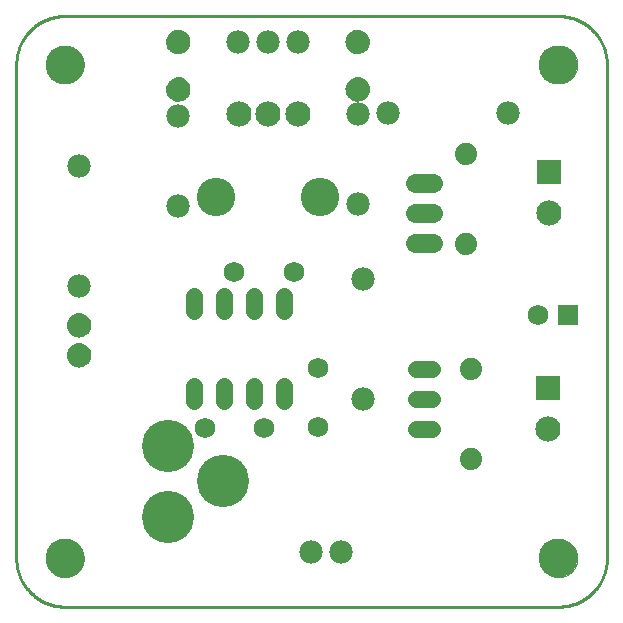
<source format=gbs>
G75*
%MOIN*%
%OFA0B0*%
%FSLAX25Y25*%
%IPPOS*%
%LPD*%
%AMOC8*
5,1,8,0,0,1.08239X$1,22.5*
%
%ADD10C,0.01000*%
%ADD11C,0.06900*%
%ADD12C,0.07800*%
%ADD13C,0.05600*%
%ADD14C,0.00500*%
%ADD15C,0.06400*%
%ADD16C,0.12800*%
%ADD17C,0.08400*%
%ADD18R,0.06900X0.06900*%
%ADD19C,0.07400*%
%ADD20C,0.00000*%
%ADD21C,0.12998*%
%ADD22R,0.08400X0.08400*%
%ADD23C,0.17400*%
D10*
X0016067Y0027183D02*
X0016067Y0191750D01*
X0016072Y0192140D01*
X0016086Y0192530D01*
X0016109Y0192919D01*
X0016142Y0193308D01*
X0016185Y0193696D01*
X0016236Y0194082D01*
X0016297Y0194468D01*
X0016368Y0194851D01*
X0016447Y0195233D01*
X0016536Y0195613D01*
X0016634Y0195991D01*
X0016741Y0196366D01*
X0016857Y0196738D01*
X0016982Y0197108D01*
X0017116Y0197474D01*
X0017259Y0197837D01*
X0017410Y0198197D01*
X0017570Y0198552D01*
X0017739Y0198904D01*
X0017916Y0199252D01*
X0018101Y0199595D01*
X0018295Y0199933D01*
X0018497Y0200267D01*
X0018707Y0200596D01*
X0018924Y0200920D01*
X0019150Y0201238D01*
X0019383Y0201551D01*
X0019623Y0201858D01*
X0019871Y0202159D01*
X0020127Y0202454D01*
X0020389Y0202743D01*
X0020658Y0203025D01*
X0020934Y0203301D01*
X0021216Y0203570D01*
X0021505Y0203832D01*
X0021800Y0204088D01*
X0022101Y0204336D01*
X0022408Y0204576D01*
X0022721Y0204809D01*
X0023039Y0205035D01*
X0023363Y0205252D01*
X0023692Y0205462D01*
X0024026Y0205664D01*
X0024364Y0205858D01*
X0024707Y0206043D01*
X0025055Y0206220D01*
X0025407Y0206389D01*
X0025762Y0206549D01*
X0026122Y0206700D01*
X0026485Y0206843D01*
X0026851Y0206977D01*
X0027221Y0207102D01*
X0027593Y0207218D01*
X0027968Y0207325D01*
X0028346Y0207423D01*
X0028726Y0207512D01*
X0029108Y0207591D01*
X0029491Y0207662D01*
X0029877Y0207723D01*
X0030263Y0207774D01*
X0030651Y0207817D01*
X0031040Y0207850D01*
X0031429Y0207873D01*
X0031819Y0207887D01*
X0032209Y0207892D01*
X0196776Y0207892D01*
X0197166Y0207887D01*
X0197556Y0207873D01*
X0197945Y0207850D01*
X0198334Y0207817D01*
X0198722Y0207774D01*
X0199108Y0207723D01*
X0199494Y0207662D01*
X0199877Y0207591D01*
X0200259Y0207512D01*
X0200639Y0207423D01*
X0201017Y0207325D01*
X0201392Y0207218D01*
X0201764Y0207102D01*
X0202134Y0206977D01*
X0202500Y0206843D01*
X0202863Y0206700D01*
X0203223Y0206549D01*
X0203578Y0206389D01*
X0203930Y0206220D01*
X0204278Y0206043D01*
X0204621Y0205858D01*
X0204959Y0205664D01*
X0205293Y0205462D01*
X0205622Y0205252D01*
X0205946Y0205035D01*
X0206264Y0204809D01*
X0206577Y0204576D01*
X0206884Y0204336D01*
X0207185Y0204088D01*
X0207480Y0203832D01*
X0207769Y0203570D01*
X0208051Y0203301D01*
X0208327Y0203025D01*
X0208596Y0202743D01*
X0208858Y0202454D01*
X0209114Y0202159D01*
X0209362Y0201858D01*
X0209602Y0201551D01*
X0209835Y0201238D01*
X0210061Y0200920D01*
X0210278Y0200596D01*
X0210488Y0200267D01*
X0210690Y0199933D01*
X0210884Y0199595D01*
X0211069Y0199252D01*
X0211246Y0198904D01*
X0211415Y0198552D01*
X0211575Y0198197D01*
X0211726Y0197837D01*
X0211869Y0197474D01*
X0212003Y0197108D01*
X0212128Y0196738D01*
X0212244Y0196366D01*
X0212351Y0195991D01*
X0212449Y0195613D01*
X0212538Y0195233D01*
X0212617Y0194851D01*
X0212688Y0194468D01*
X0212749Y0194082D01*
X0212800Y0193696D01*
X0212843Y0193308D01*
X0212876Y0192919D01*
X0212899Y0192530D01*
X0212913Y0192140D01*
X0212918Y0191750D01*
X0212917Y0191750D02*
X0212917Y0027183D01*
X0212918Y0027183D02*
X0212913Y0026793D01*
X0212899Y0026403D01*
X0212876Y0026014D01*
X0212843Y0025625D01*
X0212800Y0025237D01*
X0212749Y0024851D01*
X0212688Y0024465D01*
X0212617Y0024082D01*
X0212538Y0023700D01*
X0212449Y0023320D01*
X0212351Y0022942D01*
X0212244Y0022567D01*
X0212128Y0022195D01*
X0212003Y0021825D01*
X0211869Y0021459D01*
X0211726Y0021096D01*
X0211575Y0020736D01*
X0211415Y0020381D01*
X0211246Y0020029D01*
X0211069Y0019681D01*
X0210884Y0019338D01*
X0210690Y0019000D01*
X0210488Y0018666D01*
X0210278Y0018337D01*
X0210061Y0018013D01*
X0209835Y0017695D01*
X0209602Y0017382D01*
X0209362Y0017075D01*
X0209114Y0016774D01*
X0208858Y0016479D01*
X0208596Y0016190D01*
X0208327Y0015908D01*
X0208051Y0015632D01*
X0207769Y0015363D01*
X0207480Y0015101D01*
X0207185Y0014845D01*
X0206884Y0014597D01*
X0206577Y0014357D01*
X0206264Y0014124D01*
X0205946Y0013898D01*
X0205622Y0013681D01*
X0205293Y0013471D01*
X0204959Y0013269D01*
X0204621Y0013075D01*
X0204278Y0012890D01*
X0203930Y0012713D01*
X0203578Y0012544D01*
X0203223Y0012384D01*
X0202863Y0012233D01*
X0202500Y0012090D01*
X0202134Y0011956D01*
X0201764Y0011831D01*
X0201392Y0011715D01*
X0201017Y0011608D01*
X0200639Y0011510D01*
X0200259Y0011421D01*
X0199877Y0011342D01*
X0199494Y0011271D01*
X0199108Y0011210D01*
X0198722Y0011159D01*
X0198334Y0011116D01*
X0197945Y0011083D01*
X0197556Y0011060D01*
X0197166Y0011046D01*
X0196776Y0011041D01*
X0032209Y0011041D01*
X0031819Y0011046D01*
X0031429Y0011060D01*
X0031040Y0011083D01*
X0030651Y0011116D01*
X0030263Y0011159D01*
X0029877Y0011210D01*
X0029491Y0011271D01*
X0029108Y0011342D01*
X0028726Y0011421D01*
X0028346Y0011510D01*
X0027968Y0011608D01*
X0027593Y0011715D01*
X0027221Y0011831D01*
X0026851Y0011956D01*
X0026485Y0012090D01*
X0026122Y0012233D01*
X0025762Y0012384D01*
X0025407Y0012544D01*
X0025055Y0012713D01*
X0024707Y0012890D01*
X0024364Y0013075D01*
X0024026Y0013269D01*
X0023692Y0013471D01*
X0023363Y0013681D01*
X0023039Y0013898D01*
X0022721Y0014124D01*
X0022408Y0014357D01*
X0022101Y0014597D01*
X0021800Y0014845D01*
X0021505Y0015101D01*
X0021216Y0015363D01*
X0020934Y0015632D01*
X0020658Y0015908D01*
X0020389Y0016190D01*
X0020127Y0016479D01*
X0019871Y0016774D01*
X0019623Y0017075D01*
X0019383Y0017382D01*
X0019150Y0017695D01*
X0018924Y0018013D01*
X0018707Y0018337D01*
X0018497Y0018666D01*
X0018295Y0019000D01*
X0018101Y0019338D01*
X0017916Y0019681D01*
X0017739Y0020029D01*
X0017570Y0020381D01*
X0017410Y0020736D01*
X0017259Y0021096D01*
X0017116Y0021459D01*
X0016982Y0021825D01*
X0016857Y0022195D01*
X0016741Y0022567D01*
X0016634Y0022942D01*
X0016536Y0023320D01*
X0016447Y0023700D01*
X0016368Y0024082D01*
X0016297Y0024465D01*
X0016236Y0024851D01*
X0016185Y0025237D01*
X0016142Y0025625D01*
X0016109Y0026014D01*
X0016086Y0026403D01*
X0016072Y0026793D01*
X0016067Y0027183D01*
D11*
X0078862Y0070687D03*
X0098547Y0070687D03*
X0116461Y0070884D03*
X0116461Y0090569D03*
X0108469Y0122656D03*
X0088783Y0122656D03*
X0189807Y0108286D03*
D12*
X0131539Y0120215D03*
X0130043Y0145097D03*
X0130043Y0175097D03*
X0139965Y0175490D03*
X0110083Y0199230D03*
X0100083Y0199230D03*
X0090083Y0199230D03*
X0069807Y0174467D03*
X0069807Y0144467D03*
X0037051Y0158010D03*
X0037051Y0118010D03*
X0131539Y0080215D03*
X0124335Y0029152D03*
X0114335Y0029152D03*
X0179965Y0175490D03*
D13*
X0105201Y0114665D02*
X0105201Y0109465D01*
X0095201Y0109465D02*
X0095201Y0114665D01*
X0085201Y0114665D02*
X0085201Y0109465D01*
X0075201Y0109465D02*
X0075201Y0114665D01*
X0075201Y0084665D02*
X0075201Y0079465D01*
X0085201Y0079465D02*
X0085201Y0084665D01*
X0095201Y0084665D02*
X0095201Y0079465D01*
X0105201Y0079465D02*
X0105201Y0084665D01*
X0149333Y0080175D02*
X0154533Y0080175D01*
X0154533Y0070175D02*
X0149333Y0070175D01*
X0149333Y0090175D02*
X0154533Y0090175D01*
D14*
X0130659Y0179788D02*
X0129936Y0179707D01*
X0129277Y0179757D01*
X0128636Y0179920D01*
X0128033Y0180192D01*
X0127486Y0180565D01*
X0127013Y0181028D01*
X0126627Y0181565D01*
X0126340Y0182161D01*
X0126162Y0182798D01*
X0126096Y0183456D01*
X0126163Y0184115D01*
X0126344Y0184751D01*
X0126632Y0185347D01*
X0127019Y0185883D01*
X0127494Y0186344D01*
X0128041Y0186716D01*
X0128645Y0186987D01*
X0129287Y0187148D01*
X0129946Y0187197D01*
X0130666Y0187118D01*
X0131356Y0186901D01*
X0131990Y0186553D01*
X0132544Y0186088D01*
X0132997Y0185523D01*
X0133331Y0184882D01*
X0133534Y0184187D01*
X0133596Y0183466D01*
X0133535Y0182742D01*
X0133333Y0182043D01*
X0132999Y0181397D01*
X0132545Y0180828D01*
X0131989Y0180360D01*
X0131352Y0180008D01*
X0130659Y0179788D01*
X0131404Y0180037D02*
X0128377Y0180037D01*
X0127530Y0180535D02*
X0132197Y0180535D01*
X0132709Y0181034D02*
X0127008Y0181034D01*
X0126650Y0181532D02*
X0133069Y0181532D01*
X0133327Y0182031D02*
X0126403Y0182031D01*
X0126237Y0182529D02*
X0133474Y0182529D01*
X0133559Y0183028D02*
X0126139Y0183028D01*
X0126103Y0183526D02*
X0133591Y0183526D01*
X0133548Y0184025D02*
X0126154Y0184025D01*
X0126279Y0184523D02*
X0133435Y0184523D01*
X0133258Y0185022D02*
X0126475Y0185022D01*
X0126758Y0185520D02*
X0132999Y0185520D01*
X0132599Y0186019D02*
X0127159Y0186019D01*
X0127749Y0186517D02*
X0132032Y0186517D01*
X0130989Y0187016D02*
X0128762Y0187016D01*
X0129277Y0195557D02*
X0128636Y0195720D01*
X0128033Y0195992D01*
X0127486Y0196365D01*
X0127013Y0196828D01*
X0126627Y0197365D01*
X0126340Y0197961D01*
X0126162Y0198598D01*
X0126096Y0199256D01*
X0126163Y0199915D01*
X0126344Y0200551D01*
X0126632Y0201147D01*
X0127019Y0201683D01*
X0127494Y0202144D01*
X0128041Y0202516D01*
X0128645Y0202787D01*
X0129287Y0202948D01*
X0129946Y0202997D01*
X0130666Y0202918D01*
X0131356Y0202701D01*
X0131990Y0202353D01*
X0132544Y0201888D01*
X0132997Y0201323D01*
X0133331Y0200682D01*
X0133534Y0199987D01*
X0133596Y0199266D01*
X0133535Y0198542D01*
X0133333Y0197843D01*
X0132999Y0197197D01*
X0132545Y0196628D01*
X0131989Y0196160D01*
X0131352Y0195808D01*
X0130659Y0195588D01*
X0129936Y0195507D01*
X0129277Y0195557D01*
X0128040Y0195989D02*
X0131680Y0195989D01*
X0132378Y0196488D02*
X0127361Y0196488D01*
X0126899Y0196986D02*
X0132831Y0196986D01*
X0133148Y0197485D02*
X0126569Y0197485D01*
X0126334Y0197983D02*
X0133374Y0197983D01*
X0133518Y0198482D02*
X0126194Y0198482D01*
X0126124Y0198980D02*
X0133572Y0198980D01*
X0133578Y0199479D02*
X0126119Y0199479D01*
X0126181Y0199977D02*
X0133534Y0199977D01*
X0133391Y0200476D02*
X0126322Y0200476D01*
X0126549Y0200974D02*
X0133179Y0200974D01*
X0132877Y0201473D02*
X0126868Y0201473D01*
X0127316Y0201971D02*
X0132444Y0201971D01*
X0131776Y0202470D02*
X0127974Y0202470D01*
X0129559Y0202968D02*
X0130205Y0202968D01*
X0073754Y0199266D02*
X0073691Y0199987D01*
X0073489Y0200682D01*
X0073155Y0201323D01*
X0072702Y0201888D01*
X0072148Y0202353D01*
X0071513Y0202701D01*
X0070823Y0202918D01*
X0070104Y0202997D01*
X0069444Y0202948D01*
X0068803Y0202787D01*
X0068199Y0202516D01*
X0067651Y0202144D01*
X0067177Y0201683D01*
X0066790Y0201147D01*
X0066501Y0200551D01*
X0066321Y0199915D01*
X0066254Y0199256D01*
X0066319Y0198598D01*
X0066498Y0197961D01*
X0066784Y0197365D01*
X0067170Y0196828D01*
X0067644Y0196365D01*
X0068190Y0195992D01*
X0068793Y0195720D01*
X0069434Y0195557D01*
X0070094Y0195507D01*
X0070816Y0195588D01*
X0071510Y0195808D01*
X0072146Y0196160D01*
X0072702Y0196628D01*
X0073156Y0197197D01*
X0073491Y0197843D01*
X0073692Y0198542D01*
X0073754Y0199266D01*
X0073735Y0199479D02*
X0066276Y0199479D01*
X0066281Y0198980D02*
X0073730Y0198980D01*
X0073675Y0198482D02*
X0066352Y0198482D01*
X0066492Y0197983D02*
X0073531Y0197983D01*
X0073305Y0197485D02*
X0066727Y0197485D01*
X0067056Y0196986D02*
X0072988Y0196986D01*
X0072535Y0196488D02*
X0067519Y0196488D01*
X0068197Y0195989D02*
X0071838Y0195989D01*
X0073692Y0199977D02*
X0066339Y0199977D01*
X0066480Y0200476D02*
X0073549Y0200476D01*
X0073336Y0200974D02*
X0066706Y0200974D01*
X0067025Y0201473D02*
X0073035Y0201473D01*
X0072602Y0201971D02*
X0067474Y0201971D01*
X0068131Y0202470D02*
X0071934Y0202470D01*
X0070362Y0202968D02*
X0069716Y0202968D01*
X0070104Y0187197D02*
X0070823Y0187118D01*
X0071513Y0186901D01*
X0072148Y0186553D01*
X0072702Y0186088D01*
X0073155Y0185523D01*
X0073489Y0184882D01*
X0073691Y0184187D01*
X0073754Y0183466D01*
X0073692Y0182742D01*
X0073491Y0182043D01*
X0073156Y0181397D01*
X0072702Y0180828D01*
X0072146Y0180360D01*
X0071510Y0180008D01*
X0070816Y0179788D01*
X0070094Y0179707D01*
X0069434Y0179757D01*
X0068793Y0179920D01*
X0068190Y0180192D01*
X0067644Y0180565D01*
X0067170Y0181028D01*
X0066784Y0181565D01*
X0066498Y0182161D01*
X0066319Y0182798D01*
X0066254Y0183456D01*
X0066321Y0184115D01*
X0066501Y0184751D01*
X0066790Y0185347D01*
X0067177Y0185883D01*
X0067651Y0186344D01*
X0068199Y0186716D01*
X0068803Y0186987D01*
X0069444Y0187148D01*
X0070104Y0187197D01*
X0071147Y0187016D02*
X0068919Y0187016D01*
X0067907Y0186517D02*
X0072189Y0186517D01*
X0072757Y0186019D02*
X0067317Y0186019D01*
X0066915Y0185520D02*
X0073156Y0185520D01*
X0073416Y0185022D02*
X0066632Y0185022D01*
X0066437Y0184523D02*
X0073593Y0184523D01*
X0073705Y0184025D02*
X0066312Y0184025D01*
X0066261Y0183526D02*
X0073749Y0183526D01*
X0073717Y0183028D02*
X0066296Y0183028D01*
X0066394Y0182529D02*
X0073631Y0182529D01*
X0073484Y0182031D02*
X0066560Y0182031D01*
X0066808Y0181532D02*
X0073226Y0181532D01*
X0072866Y0181034D02*
X0067166Y0181034D01*
X0067688Y0180535D02*
X0072355Y0180535D01*
X0071561Y0180037D02*
X0068535Y0180037D01*
X0038183Y0108357D02*
X0038786Y0108085D01*
X0039333Y0107712D01*
X0039806Y0107250D01*
X0040192Y0106712D01*
X0040479Y0106116D01*
X0040657Y0105479D01*
X0040723Y0104821D01*
X0040656Y0104163D01*
X0040475Y0103526D01*
X0040187Y0102931D01*
X0039799Y0102394D01*
X0039325Y0101933D01*
X0038777Y0101562D01*
X0038174Y0101291D01*
X0037532Y0101129D01*
X0036872Y0101081D01*
X0036153Y0101159D01*
X0035463Y0101377D01*
X0034829Y0101725D01*
X0034275Y0102190D01*
X0033822Y0102754D01*
X0033488Y0103396D01*
X0033285Y0104090D01*
X0033222Y0104811D01*
X0033284Y0105536D01*
X0033486Y0106235D01*
X0033820Y0106881D01*
X0034274Y0107449D01*
X0034830Y0107918D01*
X0035467Y0108269D01*
X0036160Y0108490D01*
X0036883Y0108571D01*
X0037542Y0108521D01*
X0038183Y0108357D01*
X0038418Y0108251D02*
X0035434Y0108251D01*
X0034634Y0107753D02*
X0039273Y0107753D01*
X0039802Y0107254D02*
X0034118Y0107254D01*
X0033755Y0106756D02*
X0040161Y0106756D01*
X0040411Y0106257D02*
X0033497Y0106257D01*
X0033348Y0105759D02*
X0040579Y0105759D01*
X0040679Y0105260D02*
X0033261Y0105260D01*
X0033227Y0104762D02*
X0040717Y0104762D01*
X0040666Y0104263D02*
X0033270Y0104263D01*
X0033380Y0103765D02*
X0040543Y0103765D01*
X0040349Y0103266D02*
X0033555Y0103266D01*
X0033815Y0102768D02*
X0040069Y0102768D01*
X0039670Y0102269D02*
X0034211Y0102269D01*
X0034774Y0101771D02*
X0039085Y0101771D01*
X0038099Y0101272D02*
X0035796Y0101272D01*
X0036160Y0098490D02*
X0036883Y0098571D01*
X0037542Y0098521D01*
X0038183Y0098357D01*
X0038786Y0098085D01*
X0039333Y0097712D01*
X0039806Y0097250D01*
X0040192Y0096712D01*
X0040479Y0096116D01*
X0040657Y0095479D01*
X0040723Y0094821D01*
X0040656Y0094163D01*
X0040475Y0093526D01*
X0040187Y0092931D01*
X0039799Y0092394D01*
X0039325Y0091933D01*
X0038777Y0091562D01*
X0038174Y0091291D01*
X0037532Y0091129D01*
X0036872Y0091081D01*
X0036153Y0091159D01*
X0035463Y0091377D01*
X0034829Y0091725D01*
X0034275Y0092190D01*
X0033822Y0092754D01*
X0033488Y0093396D01*
X0033285Y0094090D01*
X0033222Y0094811D01*
X0033284Y0095536D01*
X0033486Y0096235D01*
X0033820Y0096881D01*
X0034274Y0097449D01*
X0034830Y0097918D01*
X0035467Y0098269D01*
X0036160Y0098490D01*
X0035504Y0098281D02*
X0038352Y0098281D01*
X0039229Y0097782D02*
X0034669Y0097782D01*
X0034142Y0097284D02*
X0039771Y0097284D01*
X0040139Y0096785D02*
X0033771Y0096785D01*
X0033513Y0096287D02*
X0040397Y0096287D01*
X0040571Y0095788D02*
X0033357Y0095788D01*
X0033263Y0095290D02*
X0040676Y0095290D01*
X0040720Y0094791D02*
X0033224Y0094791D01*
X0033268Y0094293D02*
X0040669Y0094293D01*
X0040551Y0093794D02*
X0033372Y0093794D01*
X0033540Y0093296D02*
X0040364Y0093296D01*
X0040090Y0092797D02*
X0033799Y0092797D01*
X0034187Y0092299D02*
X0039701Y0092299D01*
X0039129Y0091800D02*
X0034739Y0091800D01*
X0035702Y0091302D02*
X0038198Y0091302D01*
D15*
X0149091Y0132419D02*
X0155091Y0132419D01*
X0155091Y0142419D02*
X0149091Y0142419D01*
X0149091Y0152419D02*
X0155091Y0152419D01*
D16*
X0117327Y0147695D03*
X0082681Y0147695D03*
D17*
X0090161Y0175254D03*
X0100004Y0175254D03*
X0109846Y0175254D03*
X0193626Y0142144D03*
X0193232Y0070097D03*
D18*
X0199807Y0108286D03*
D19*
X0167642Y0090215D03*
X0167642Y0060215D03*
X0166067Y0131868D03*
X0166067Y0161868D03*
D20*
X0190477Y0191750D02*
X0190479Y0191908D01*
X0190485Y0192066D01*
X0190495Y0192224D01*
X0190509Y0192382D01*
X0190527Y0192539D01*
X0190548Y0192696D01*
X0190574Y0192852D01*
X0190604Y0193008D01*
X0190637Y0193163D01*
X0190675Y0193316D01*
X0190716Y0193469D01*
X0190761Y0193621D01*
X0190810Y0193772D01*
X0190863Y0193921D01*
X0190919Y0194069D01*
X0190979Y0194215D01*
X0191043Y0194360D01*
X0191111Y0194503D01*
X0191182Y0194645D01*
X0191256Y0194785D01*
X0191334Y0194922D01*
X0191416Y0195058D01*
X0191500Y0195192D01*
X0191589Y0195323D01*
X0191680Y0195452D01*
X0191775Y0195579D01*
X0191872Y0195704D01*
X0191973Y0195826D01*
X0192077Y0195945D01*
X0192184Y0196062D01*
X0192294Y0196176D01*
X0192407Y0196287D01*
X0192522Y0196396D01*
X0192640Y0196501D01*
X0192761Y0196603D01*
X0192884Y0196703D01*
X0193010Y0196799D01*
X0193138Y0196892D01*
X0193268Y0196982D01*
X0193401Y0197068D01*
X0193536Y0197152D01*
X0193672Y0197231D01*
X0193811Y0197308D01*
X0193952Y0197380D01*
X0194094Y0197450D01*
X0194238Y0197515D01*
X0194384Y0197577D01*
X0194531Y0197635D01*
X0194680Y0197690D01*
X0194830Y0197741D01*
X0194981Y0197788D01*
X0195133Y0197831D01*
X0195286Y0197870D01*
X0195441Y0197906D01*
X0195596Y0197937D01*
X0195752Y0197965D01*
X0195908Y0197989D01*
X0196065Y0198009D01*
X0196223Y0198025D01*
X0196380Y0198037D01*
X0196539Y0198045D01*
X0196697Y0198049D01*
X0196855Y0198049D01*
X0197013Y0198045D01*
X0197172Y0198037D01*
X0197329Y0198025D01*
X0197487Y0198009D01*
X0197644Y0197989D01*
X0197800Y0197965D01*
X0197956Y0197937D01*
X0198111Y0197906D01*
X0198266Y0197870D01*
X0198419Y0197831D01*
X0198571Y0197788D01*
X0198722Y0197741D01*
X0198872Y0197690D01*
X0199021Y0197635D01*
X0199168Y0197577D01*
X0199314Y0197515D01*
X0199458Y0197450D01*
X0199600Y0197380D01*
X0199741Y0197308D01*
X0199880Y0197231D01*
X0200016Y0197152D01*
X0200151Y0197068D01*
X0200284Y0196982D01*
X0200414Y0196892D01*
X0200542Y0196799D01*
X0200668Y0196703D01*
X0200791Y0196603D01*
X0200912Y0196501D01*
X0201030Y0196396D01*
X0201145Y0196287D01*
X0201258Y0196176D01*
X0201368Y0196062D01*
X0201475Y0195945D01*
X0201579Y0195826D01*
X0201680Y0195704D01*
X0201777Y0195579D01*
X0201872Y0195452D01*
X0201963Y0195323D01*
X0202052Y0195192D01*
X0202136Y0195058D01*
X0202218Y0194922D01*
X0202296Y0194785D01*
X0202370Y0194645D01*
X0202441Y0194503D01*
X0202509Y0194360D01*
X0202573Y0194215D01*
X0202633Y0194069D01*
X0202689Y0193921D01*
X0202742Y0193772D01*
X0202791Y0193621D01*
X0202836Y0193469D01*
X0202877Y0193316D01*
X0202915Y0193163D01*
X0202948Y0193008D01*
X0202978Y0192852D01*
X0203004Y0192696D01*
X0203025Y0192539D01*
X0203043Y0192382D01*
X0203057Y0192224D01*
X0203067Y0192066D01*
X0203073Y0191908D01*
X0203075Y0191750D01*
X0203073Y0191592D01*
X0203067Y0191434D01*
X0203057Y0191276D01*
X0203043Y0191118D01*
X0203025Y0190961D01*
X0203004Y0190804D01*
X0202978Y0190648D01*
X0202948Y0190492D01*
X0202915Y0190337D01*
X0202877Y0190184D01*
X0202836Y0190031D01*
X0202791Y0189879D01*
X0202742Y0189728D01*
X0202689Y0189579D01*
X0202633Y0189431D01*
X0202573Y0189285D01*
X0202509Y0189140D01*
X0202441Y0188997D01*
X0202370Y0188855D01*
X0202296Y0188715D01*
X0202218Y0188578D01*
X0202136Y0188442D01*
X0202052Y0188308D01*
X0201963Y0188177D01*
X0201872Y0188048D01*
X0201777Y0187921D01*
X0201680Y0187796D01*
X0201579Y0187674D01*
X0201475Y0187555D01*
X0201368Y0187438D01*
X0201258Y0187324D01*
X0201145Y0187213D01*
X0201030Y0187104D01*
X0200912Y0186999D01*
X0200791Y0186897D01*
X0200668Y0186797D01*
X0200542Y0186701D01*
X0200414Y0186608D01*
X0200284Y0186518D01*
X0200151Y0186432D01*
X0200016Y0186348D01*
X0199880Y0186269D01*
X0199741Y0186192D01*
X0199600Y0186120D01*
X0199458Y0186050D01*
X0199314Y0185985D01*
X0199168Y0185923D01*
X0199021Y0185865D01*
X0198872Y0185810D01*
X0198722Y0185759D01*
X0198571Y0185712D01*
X0198419Y0185669D01*
X0198266Y0185630D01*
X0198111Y0185594D01*
X0197956Y0185563D01*
X0197800Y0185535D01*
X0197644Y0185511D01*
X0197487Y0185491D01*
X0197329Y0185475D01*
X0197172Y0185463D01*
X0197013Y0185455D01*
X0196855Y0185451D01*
X0196697Y0185451D01*
X0196539Y0185455D01*
X0196380Y0185463D01*
X0196223Y0185475D01*
X0196065Y0185491D01*
X0195908Y0185511D01*
X0195752Y0185535D01*
X0195596Y0185563D01*
X0195441Y0185594D01*
X0195286Y0185630D01*
X0195133Y0185669D01*
X0194981Y0185712D01*
X0194830Y0185759D01*
X0194680Y0185810D01*
X0194531Y0185865D01*
X0194384Y0185923D01*
X0194238Y0185985D01*
X0194094Y0186050D01*
X0193952Y0186120D01*
X0193811Y0186192D01*
X0193672Y0186269D01*
X0193536Y0186348D01*
X0193401Y0186432D01*
X0193268Y0186518D01*
X0193138Y0186608D01*
X0193010Y0186701D01*
X0192884Y0186797D01*
X0192761Y0186897D01*
X0192640Y0186999D01*
X0192522Y0187104D01*
X0192407Y0187213D01*
X0192294Y0187324D01*
X0192184Y0187438D01*
X0192077Y0187555D01*
X0191973Y0187674D01*
X0191872Y0187796D01*
X0191775Y0187921D01*
X0191680Y0188048D01*
X0191589Y0188177D01*
X0191500Y0188308D01*
X0191416Y0188442D01*
X0191334Y0188578D01*
X0191256Y0188715D01*
X0191182Y0188855D01*
X0191111Y0188997D01*
X0191043Y0189140D01*
X0190979Y0189285D01*
X0190919Y0189431D01*
X0190863Y0189579D01*
X0190810Y0189728D01*
X0190761Y0189879D01*
X0190716Y0190031D01*
X0190675Y0190184D01*
X0190637Y0190337D01*
X0190604Y0190492D01*
X0190574Y0190648D01*
X0190548Y0190804D01*
X0190527Y0190961D01*
X0190509Y0191118D01*
X0190495Y0191276D01*
X0190485Y0191434D01*
X0190479Y0191592D01*
X0190477Y0191750D01*
X0025910Y0191750D02*
X0025912Y0191908D01*
X0025918Y0192066D01*
X0025928Y0192224D01*
X0025942Y0192382D01*
X0025960Y0192539D01*
X0025981Y0192696D01*
X0026007Y0192852D01*
X0026037Y0193008D01*
X0026070Y0193163D01*
X0026108Y0193316D01*
X0026149Y0193469D01*
X0026194Y0193621D01*
X0026243Y0193772D01*
X0026296Y0193921D01*
X0026352Y0194069D01*
X0026412Y0194215D01*
X0026476Y0194360D01*
X0026544Y0194503D01*
X0026615Y0194645D01*
X0026689Y0194785D01*
X0026767Y0194922D01*
X0026849Y0195058D01*
X0026933Y0195192D01*
X0027022Y0195323D01*
X0027113Y0195452D01*
X0027208Y0195579D01*
X0027305Y0195704D01*
X0027406Y0195826D01*
X0027510Y0195945D01*
X0027617Y0196062D01*
X0027727Y0196176D01*
X0027840Y0196287D01*
X0027955Y0196396D01*
X0028073Y0196501D01*
X0028194Y0196603D01*
X0028317Y0196703D01*
X0028443Y0196799D01*
X0028571Y0196892D01*
X0028701Y0196982D01*
X0028834Y0197068D01*
X0028969Y0197152D01*
X0029105Y0197231D01*
X0029244Y0197308D01*
X0029385Y0197380D01*
X0029527Y0197450D01*
X0029671Y0197515D01*
X0029817Y0197577D01*
X0029964Y0197635D01*
X0030113Y0197690D01*
X0030263Y0197741D01*
X0030414Y0197788D01*
X0030566Y0197831D01*
X0030719Y0197870D01*
X0030874Y0197906D01*
X0031029Y0197937D01*
X0031185Y0197965D01*
X0031341Y0197989D01*
X0031498Y0198009D01*
X0031656Y0198025D01*
X0031813Y0198037D01*
X0031972Y0198045D01*
X0032130Y0198049D01*
X0032288Y0198049D01*
X0032446Y0198045D01*
X0032605Y0198037D01*
X0032762Y0198025D01*
X0032920Y0198009D01*
X0033077Y0197989D01*
X0033233Y0197965D01*
X0033389Y0197937D01*
X0033544Y0197906D01*
X0033699Y0197870D01*
X0033852Y0197831D01*
X0034004Y0197788D01*
X0034155Y0197741D01*
X0034305Y0197690D01*
X0034454Y0197635D01*
X0034601Y0197577D01*
X0034747Y0197515D01*
X0034891Y0197450D01*
X0035033Y0197380D01*
X0035174Y0197308D01*
X0035313Y0197231D01*
X0035449Y0197152D01*
X0035584Y0197068D01*
X0035717Y0196982D01*
X0035847Y0196892D01*
X0035975Y0196799D01*
X0036101Y0196703D01*
X0036224Y0196603D01*
X0036345Y0196501D01*
X0036463Y0196396D01*
X0036578Y0196287D01*
X0036691Y0196176D01*
X0036801Y0196062D01*
X0036908Y0195945D01*
X0037012Y0195826D01*
X0037113Y0195704D01*
X0037210Y0195579D01*
X0037305Y0195452D01*
X0037396Y0195323D01*
X0037485Y0195192D01*
X0037569Y0195058D01*
X0037651Y0194922D01*
X0037729Y0194785D01*
X0037803Y0194645D01*
X0037874Y0194503D01*
X0037942Y0194360D01*
X0038006Y0194215D01*
X0038066Y0194069D01*
X0038122Y0193921D01*
X0038175Y0193772D01*
X0038224Y0193621D01*
X0038269Y0193469D01*
X0038310Y0193316D01*
X0038348Y0193163D01*
X0038381Y0193008D01*
X0038411Y0192852D01*
X0038437Y0192696D01*
X0038458Y0192539D01*
X0038476Y0192382D01*
X0038490Y0192224D01*
X0038500Y0192066D01*
X0038506Y0191908D01*
X0038508Y0191750D01*
X0038506Y0191592D01*
X0038500Y0191434D01*
X0038490Y0191276D01*
X0038476Y0191118D01*
X0038458Y0190961D01*
X0038437Y0190804D01*
X0038411Y0190648D01*
X0038381Y0190492D01*
X0038348Y0190337D01*
X0038310Y0190184D01*
X0038269Y0190031D01*
X0038224Y0189879D01*
X0038175Y0189728D01*
X0038122Y0189579D01*
X0038066Y0189431D01*
X0038006Y0189285D01*
X0037942Y0189140D01*
X0037874Y0188997D01*
X0037803Y0188855D01*
X0037729Y0188715D01*
X0037651Y0188578D01*
X0037569Y0188442D01*
X0037485Y0188308D01*
X0037396Y0188177D01*
X0037305Y0188048D01*
X0037210Y0187921D01*
X0037113Y0187796D01*
X0037012Y0187674D01*
X0036908Y0187555D01*
X0036801Y0187438D01*
X0036691Y0187324D01*
X0036578Y0187213D01*
X0036463Y0187104D01*
X0036345Y0186999D01*
X0036224Y0186897D01*
X0036101Y0186797D01*
X0035975Y0186701D01*
X0035847Y0186608D01*
X0035717Y0186518D01*
X0035584Y0186432D01*
X0035449Y0186348D01*
X0035313Y0186269D01*
X0035174Y0186192D01*
X0035033Y0186120D01*
X0034891Y0186050D01*
X0034747Y0185985D01*
X0034601Y0185923D01*
X0034454Y0185865D01*
X0034305Y0185810D01*
X0034155Y0185759D01*
X0034004Y0185712D01*
X0033852Y0185669D01*
X0033699Y0185630D01*
X0033544Y0185594D01*
X0033389Y0185563D01*
X0033233Y0185535D01*
X0033077Y0185511D01*
X0032920Y0185491D01*
X0032762Y0185475D01*
X0032605Y0185463D01*
X0032446Y0185455D01*
X0032288Y0185451D01*
X0032130Y0185451D01*
X0031972Y0185455D01*
X0031813Y0185463D01*
X0031656Y0185475D01*
X0031498Y0185491D01*
X0031341Y0185511D01*
X0031185Y0185535D01*
X0031029Y0185563D01*
X0030874Y0185594D01*
X0030719Y0185630D01*
X0030566Y0185669D01*
X0030414Y0185712D01*
X0030263Y0185759D01*
X0030113Y0185810D01*
X0029964Y0185865D01*
X0029817Y0185923D01*
X0029671Y0185985D01*
X0029527Y0186050D01*
X0029385Y0186120D01*
X0029244Y0186192D01*
X0029105Y0186269D01*
X0028969Y0186348D01*
X0028834Y0186432D01*
X0028701Y0186518D01*
X0028571Y0186608D01*
X0028443Y0186701D01*
X0028317Y0186797D01*
X0028194Y0186897D01*
X0028073Y0186999D01*
X0027955Y0187104D01*
X0027840Y0187213D01*
X0027727Y0187324D01*
X0027617Y0187438D01*
X0027510Y0187555D01*
X0027406Y0187674D01*
X0027305Y0187796D01*
X0027208Y0187921D01*
X0027113Y0188048D01*
X0027022Y0188177D01*
X0026933Y0188308D01*
X0026849Y0188442D01*
X0026767Y0188578D01*
X0026689Y0188715D01*
X0026615Y0188855D01*
X0026544Y0188997D01*
X0026476Y0189140D01*
X0026412Y0189285D01*
X0026352Y0189431D01*
X0026296Y0189579D01*
X0026243Y0189728D01*
X0026194Y0189879D01*
X0026149Y0190031D01*
X0026108Y0190184D01*
X0026070Y0190337D01*
X0026037Y0190492D01*
X0026007Y0190648D01*
X0025981Y0190804D01*
X0025960Y0190961D01*
X0025942Y0191118D01*
X0025928Y0191276D01*
X0025918Y0191434D01*
X0025912Y0191592D01*
X0025910Y0191750D01*
X0025910Y0027183D02*
X0025912Y0027341D01*
X0025918Y0027499D01*
X0025928Y0027657D01*
X0025942Y0027815D01*
X0025960Y0027972D01*
X0025981Y0028129D01*
X0026007Y0028285D01*
X0026037Y0028441D01*
X0026070Y0028596D01*
X0026108Y0028749D01*
X0026149Y0028902D01*
X0026194Y0029054D01*
X0026243Y0029205D01*
X0026296Y0029354D01*
X0026352Y0029502D01*
X0026412Y0029648D01*
X0026476Y0029793D01*
X0026544Y0029936D01*
X0026615Y0030078D01*
X0026689Y0030218D01*
X0026767Y0030355D01*
X0026849Y0030491D01*
X0026933Y0030625D01*
X0027022Y0030756D01*
X0027113Y0030885D01*
X0027208Y0031012D01*
X0027305Y0031137D01*
X0027406Y0031259D01*
X0027510Y0031378D01*
X0027617Y0031495D01*
X0027727Y0031609D01*
X0027840Y0031720D01*
X0027955Y0031829D01*
X0028073Y0031934D01*
X0028194Y0032036D01*
X0028317Y0032136D01*
X0028443Y0032232D01*
X0028571Y0032325D01*
X0028701Y0032415D01*
X0028834Y0032501D01*
X0028969Y0032585D01*
X0029105Y0032664D01*
X0029244Y0032741D01*
X0029385Y0032813D01*
X0029527Y0032883D01*
X0029671Y0032948D01*
X0029817Y0033010D01*
X0029964Y0033068D01*
X0030113Y0033123D01*
X0030263Y0033174D01*
X0030414Y0033221D01*
X0030566Y0033264D01*
X0030719Y0033303D01*
X0030874Y0033339D01*
X0031029Y0033370D01*
X0031185Y0033398D01*
X0031341Y0033422D01*
X0031498Y0033442D01*
X0031656Y0033458D01*
X0031813Y0033470D01*
X0031972Y0033478D01*
X0032130Y0033482D01*
X0032288Y0033482D01*
X0032446Y0033478D01*
X0032605Y0033470D01*
X0032762Y0033458D01*
X0032920Y0033442D01*
X0033077Y0033422D01*
X0033233Y0033398D01*
X0033389Y0033370D01*
X0033544Y0033339D01*
X0033699Y0033303D01*
X0033852Y0033264D01*
X0034004Y0033221D01*
X0034155Y0033174D01*
X0034305Y0033123D01*
X0034454Y0033068D01*
X0034601Y0033010D01*
X0034747Y0032948D01*
X0034891Y0032883D01*
X0035033Y0032813D01*
X0035174Y0032741D01*
X0035313Y0032664D01*
X0035449Y0032585D01*
X0035584Y0032501D01*
X0035717Y0032415D01*
X0035847Y0032325D01*
X0035975Y0032232D01*
X0036101Y0032136D01*
X0036224Y0032036D01*
X0036345Y0031934D01*
X0036463Y0031829D01*
X0036578Y0031720D01*
X0036691Y0031609D01*
X0036801Y0031495D01*
X0036908Y0031378D01*
X0037012Y0031259D01*
X0037113Y0031137D01*
X0037210Y0031012D01*
X0037305Y0030885D01*
X0037396Y0030756D01*
X0037485Y0030625D01*
X0037569Y0030491D01*
X0037651Y0030355D01*
X0037729Y0030218D01*
X0037803Y0030078D01*
X0037874Y0029936D01*
X0037942Y0029793D01*
X0038006Y0029648D01*
X0038066Y0029502D01*
X0038122Y0029354D01*
X0038175Y0029205D01*
X0038224Y0029054D01*
X0038269Y0028902D01*
X0038310Y0028749D01*
X0038348Y0028596D01*
X0038381Y0028441D01*
X0038411Y0028285D01*
X0038437Y0028129D01*
X0038458Y0027972D01*
X0038476Y0027815D01*
X0038490Y0027657D01*
X0038500Y0027499D01*
X0038506Y0027341D01*
X0038508Y0027183D01*
X0038506Y0027025D01*
X0038500Y0026867D01*
X0038490Y0026709D01*
X0038476Y0026551D01*
X0038458Y0026394D01*
X0038437Y0026237D01*
X0038411Y0026081D01*
X0038381Y0025925D01*
X0038348Y0025770D01*
X0038310Y0025617D01*
X0038269Y0025464D01*
X0038224Y0025312D01*
X0038175Y0025161D01*
X0038122Y0025012D01*
X0038066Y0024864D01*
X0038006Y0024718D01*
X0037942Y0024573D01*
X0037874Y0024430D01*
X0037803Y0024288D01*
X0037729Y0024148D01*
X0037651Y0024011D01*
X0037569Y0023875D01*
X0037485Y0023741D01*
X0037396Y0023610D01*
X0037305Y0023481D01*
X0037210Y0023354D01*
X0037113Y0023229D01*
X0037012Y0023107D01*
X0036908Y0022988D01*
X0036801Y0022871D01*
X0036691Y0022757D01*
X0036578Y0022646D01*
X0036463Y0022537D01*
X0036345Y0022432D01*
X0036224Y0022330D01*
X0036101Y0022230D01*
X0035975Y0022134D01*
X0035847Y0022041D01*
X0035717Y0021951D01*
X0035584Y0021865D01*
X0035449Y0021781D01*
X0035313Y0021702D01*
X0035174Y0021625D01*
X0035033Y0021553D01*
X0034891Y0021483D01*
X0034747Y0021418D01*
X0034601Y0021356D01*
X0034454Y0021298D01*
X0034305Y0021243D01*
X0034155Y0021192D01*
X0034004Y0021145D01*
X0033852Y0021102D01*
X0033699Y0021063D01*
X0033544Y0021027D01*
X0033389Y0020996D01*
X0033233Y0020968D01*
X0033077Y0020944D01*
X0032920Y0020924D01*
X0032762Y0020908D01*
X0032605Y0020896D01*
X0032446Y0020888D01*
X0032288Y0020884D01*
X0032130Y0020884D01*
X0031972Y0020888D01*
X0031813Y0020896D01*
X0031656Y0020908D01*
X0031498Y0020924D01*
X0031341Y0020944D01*
X0031185Y0020968D01*
X0031029Y0020996D01*
X0030874Y0021027D01*
X0030719Y0021063D01*
X0030566Y0021102D01*
X0030414Y0021145D01*
X0030263Y0021192D01*
X0030113Y0021243D01*
X0029964Y0021298D01*
X0029817Y0021356D01*
X0029671Y0021418D01*
X0029527Y0021483D01*
X0029385Y0021553D01*
X0029244Y0021625D01*
X0029105Y0021702D01*
X0028969Y0021781D01*
X0028834Y0021865D01*
X0028701Y0021951D01*
X0028571Y0022041D01*
X0028443Y0022134D01*
X0028317Y0022230D01*
X0028194Y0022330D01*
X0028073Y0022432D01*
X0027955Y0022537D01*
X0027840Y0022646D01*
X0027727Y0022757D01*
X0027617Y0022871D01*
X0027510Y0022988D01*
X0027406Y0023107D01*
X0027305Y0023229D01*
X0027208Y0023354D01*
X0027113Y0023481D01*
X0027022Y0023610D01*
X0026933Y0023741D01*
X0026849Y0023875D01*
X0026767Y0024011D01*
X0026689Y0024148D01*
X0026615Y0024288D01*
X0026544Y0024430D01*
X0026476Y0024573D01*
X0026412Y0024718D01*
X0026352Y0024864D01*
X0026296Y0025012D01*
X0026243Y0025161D01*
X0026194Y0025312D01*
X0026149Y0025464D01*
X0026108Y0025617D01*
X0026070Y0025770D01*
X0026037Y0025925D01*
X0026007Y0026081D01*
X0025981Y0026237D01*
X0025960Y0026394D01*
X0025942Y0026551D01*
X0025928Y0026709D01*
X0025918Y0026867D01*
X0025912Y0027025D01*
X0025910Y0027183D01*
X0190477Y0027183D02*
X0190479Y0027341D01*
X0190485Y0027499D01*
X0190495Y0027657D01*
X0190509Y0027815D01*
X0190527Y0027972D01*
X0190548Y0028129D01*
X0190574Y0028285D01*
X0190604Y0028441D01*
X0190637Y0028596D01*
X0190675Y0028749D01*
X0190716Y0028902D01*
X0190761Y0029054D01*
X0190810Y0029205D01*
X0190863Y0029354D01*
X0190919Y0029502D01*
X0190979Y0029648D01*
X0191043Y0029793D01*
X0191111Y0029936D01*
X0191182Y0030078D01*
X0191256Y0030218D01*
X0191334Y0030355D01*
X0191416Y0030491D01*
X0191500Y0030625D01*
X0191589Y0030756D01*
X0191680Y0030885D01*
X0191775Y0031012D01*
X0191872Y0031137D01*
X0191973Y0031259D01*
X0192077Y0031378D01*
X0192184Y0031495D01*
X0192294Y0031609D01*
X0192407Y0031720D01*
X0192522Y0031829D01*
X0192640Y0031934D01*
X0192761Y0032036D01*
X0192884Y0032136D01*
X0193010Y0032232D01*
X0193138Y0032325D01*
X0193268Y0032415D01*
X0193401Y0032501D01*
X0193536Y0032585D01*
X0193672Y0032664D01*
X0193811Y0032741D01*
X0193952Y0032813D01*
X0194094Y0032883D01*
X0194238Y0032948D01*
X0194384Y0033010D01*
X0194531Y0033068D01*
X0194680Y0033123D01*
X0194830Y0033174D01*
X0194981Y0033221D01*
X0195133Y0033264D01*
X0195286Y0033303D01*
X0195441Y0033339D01*
X0195596Y0033370D01*
X0195752Y0033398D01*
X0195908Y0033422D01*
X0196065Y0033442D01*
X0196223Y0033458D01*
X0196380Y0033470D01*
X0196539Y0033478D01*
X0196697Y0033482D01*
X0196855Y0033482D01*
X0197013Y0033478D01*
X0197172Y0033470D01*
X0197329Y0033458D01*
X0197487Y0033442D01*
X0197644Y0033422D01*
X0197800Y0033398D01*
X0197956Y0033370D01*
X0198111Y0033339D01*
X0198266Y0033303D01*
X0198419Y0033264D01*
X0198571Y0033221D01*
X0198722Y0033174D01*
X0198872Y0033123D01*
X0199021Y0033068D01*
X0199168Y0033010D01*
X0199314Y0032948D01*
X0199458Y0032883D01*
X0199600Y0032813D01*
X0199741Y0032741D01*
X0199880Y0032664D01*
X0200016Y0032585D01*
X0200151Y0032501D01*
X0200284Y0032415D01*
X0200414Y0032325D01*
X0200542Y0032232D01*
X0200668Y0032136D01*
X0200791Y0032036D01*
X0200912Y0031934D01*
X0201030Y0031829D01*
X0201145Y0031720D01*
X0201258Y0031609D01*
X0201368Y0031495D01*
X0201475Y0031378D01*
X0201579Y0031259D01*
X0201680Y0031137D01*
X0201777Y0031012D01*
X0201872Y0030885D01*
X0201963Y0030756D01*
X0202052Y0030625D01*
X0202136Y0030491D01*
X0202218Y0030355D01*
X0202296Y0030218D01*
X0202370Y0030078D01*
X0202441Y0029936D01*
X0202509Y0029793D01*
X0202573Y0029648D01*
X0202633Y0029502D01*
X0202689Y0029354D01*
X0202742Y0029205D01*
X0202791Y0029054D01*
X0202836Y0028902D01*
X0202877Y0028749D01*
X0202915Y0028596D01*
X0202948Y0028441D01*
X0202978Y0028285D01*
X0203004Y0028129D01*
X0203025Y0027972D01*
X0203043Y0027815D01*
X0203057Y0027657D01*
X0203067Y0027499D01*
X0203073Y0027341D01*
X0203075Y0027183D01*
X0203073Y0027025D01*
X0203067Y0026867D01*
X0203057Y0026709D01*
X0203043Y0026551D01*
X0203025Y0026394D01*
X0203004Y0026237D01*
X0202978Y0026081D01*
X0202948Y0025925D01*
X0202915Y0025770D01*
X0202877Y0025617D01*
X0202836Y0025464D01*
X0202791Y0025312D01*
X0202742Y0025161D01*
X0202689Y0025012D01*
X0202633Y0024864D01*
X0202573Y0024718D01*
X0202509Y0024573D01*
X0202441Y0024430D01*
X0202370Y0024288D01*
X0202296Y0024148D01*
X0202218Y0024011D01*
X0202136Y0023875D01*
X0202052Y0023741D01*
X0201963Y0023610D01*
X0201872Y0023481D01*
X0201777Y0023354D01*
X0201680Y0023229D01*
X0201579Y0023107D01*
X0201475Y0022988D01*
X0201368Y0022871D01*
X0201258Y0022757D01*
X0201145Y0022646D01*
X0201030Y0022537D01*
X0200912Y0022432D01*
X0200791Y0022330D01*
X0200668Y0022230D01*
X0200542Y0022134D01*
X0200414Y0022041D01*
X0200284Y0021951D01*
X0200151Y0021865D01*
X0200016Y0021781D01*
X0199880Y0021702D01*
X0199741Y0021625D01*
X0199600Y0021553D01*
X0199458Y0021483D01*
X0199314Y0021418D01*
X0199168Y0021356D01*
X0199021Y0021298D01*
X0198872Y0021243D01*
X0198722Y0021192D01*
X0198571Y0021145D01*
X0198419Y0021102D01*
X0198266Y0021063D01*
X0198111Y0021027D01*
X0197956Y0020996D01*
X0197800Y0020968D01*
X0197644Y0020944D01*
X0197487Y0020924D01*
X0197329Y0020908D01*
X0197172Y0020896D01*
X0197013Y0020888D01*
X0196855Y0020884D01*
X0196697Y0020884D01*
X0196539Y0020888D01*
X0196380Y0020896D01*
X0196223Y0020908D01*
X0196065Y0020924D01*
X0195908Y0020944D01*
X0195752Y0020968D01*
X0195596Y0020996D01*
X0195441Y0021027D01*
X0195286Y0021063D01*
X0195133Y0021102D01*
X0194981Y0021145D01*
X0194830Y0021192D01*
X0194680Y0021243D01*
X0194531Y0021298D01*
X0194384Y0021356D01*
X0194238Y0021418D01*
X0194094Y0021483D01*
X0193952Y0021553D01*
X0193811Y0021625D01*
X0193672Y0021702D01*
X0193536Y0021781D01*
X0193401Y0021865D01*
X0193268Y0021951D01*
X0193138Y0022041D01*
X0193010Y0022134D01*
X0192884Y0022230D01*
X0192761Y0022330D01*
X0192640Y0022432D01*
X0192522Y0022537D01*
X0192407Y0022646D01*
X0192294Y0022757D01*
X0192184Y0022871D01*
X0192077Y0022988D01*
X0191973Y0023107D01*
X0191872Y0023229D01*
X0191775Y0023354D01*
X0191680Y0023481D01*
X0191589Y0023610D01*
X0191500Y0023741D01*
X0191416Y0023875D01*
X0191334Y0024011D01*
X0191256Y0024148D01*
X0191182Y0024288D01*
X0191111Y0024430D01*
X0191043Y0024573D01*
X0190979Y0024718D01*
X0190919Y0024864D01*
X0190863Y0025012D01*
X0190810Y0025161D01*
X0190761Y0025312D01*
X0190716Y0025464D01*
X0190675Y0025617D01*
X0190637Y0025770D01*
X0190604Y0025925D01*
X0190574Y0026081D01*
X0190548Y0026237D01*
X0190527Y0026394D01*
X0190509Y0026551D01*
X0190495Y0026709D01*
X0190485Y0026867D01*
X0190479Y0027025D01*
X0190477Y0027183D01*
D21*
X0196776Y0027183D03*
X0032209Y0027183D03*
X0032209Y0191750D03*
X0196776Y0191750D03*
D22*
X0193626Y0155923D03*
X0193232Y0083876D03*
D23*
X0084965Y0052774D03*
X0066461Y0064585D03*
X0066461Y0040963D03*
M02*

</source>
